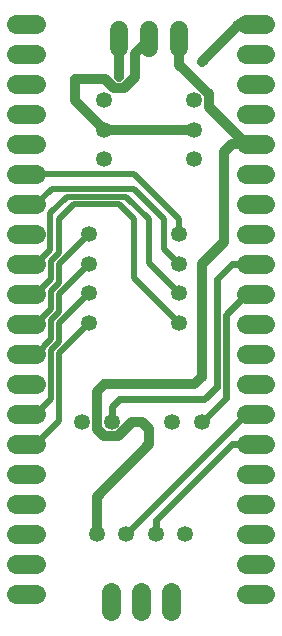
<source format=gbr>
G04 EAGLE Gerber RS-274X export*
G75*
%MOMM*%
%FSLAX34Y34*%
%LPD*%
%INTop Copper*%
%IPPOS*%
%AMOC8*
5,1,8,0,0,1.08239X$1,22.5*%
G01*
G04 Define Apertures*
%ADD10C,1.650000*%
%ADD11C,1.524000*%
%ADD12C,1.348000*%
%ADD13C,0.508000*%
%ADD14C,0.812800*%
%ADD15C,0.756400*%
%ADD16C,0.609600*%
D10*
X259710Y800100D02*
X243210Y800100D01*
X243210Y774700D02*
X259710Y774700D01*
X259710Y749300D02*
X243210Y749300D01*
X243210Y723900D02*
X259710Y723900D01*
X259710Y698500D02*
X243210Y698500D01*
X243210Y673100D02*
X259710Y673100D01*
X259710Y647700D02*
X243210Y647700D01*
X243210Y622300D02*
X259710Y622300D01*
X259710Y596900D02*
X243210Y596900D01*
X243210Y571500D02*
X259710Y571500D01*
X259710Y546100D02*
X243210Y546100D01*
X243210Y520700D02*
X259710Y520700D01*
X259710Y495300D02*
X243210Y495300D01*
X243210Y469900D02*
X259710Y469900D01*
X259710Y444500D02*
X243210Y444500D01*
X243210Y419100D02*
X259710Y419100D01*
X259710Y393700D02*
X243210Y393700D01*
X243210Y368300D02*
X259710Y368300D01*
X259710Y342900D02*
X243210Y342900D01*
X243210Y317500D02*
X259710Y317500D01*
X437510Y317500D02*
X454010Y317500D01*
X454010Y342900D02*
X437510Y342900D01*
X437510Y368300D02*
X454010Y368300D01*
X454010Y393700D02*
X437510Y393700D01*
X437510Y419100D02*
X454010Y419100D01*
X454010Y444500D02*
X437510Y444500D01*
X437510Y469900D02*
X454010Y469900D01*
X454010Y495300D02*
X437510Y495300D01*
X437510Y520700D02*
X454010Y520700D01*
X454010Y546100D02*
X437510Y546100D01*
X437510Y571500D02*
X454010Y571500D01*
X454010Y596900D02*
X437510Y596900D01*
X437510Y622300D02*
X454010Y622300D01*
X454010Y647700D02*
X437510Y647700D01*
X437510Y673100D02*
X454010Y673100D01*
X454010Y698500D02*
X437510Y698500D01*
X437510Y723900D02*
X454010Y723900D01*
X454010Y749300D02*
X437510Y749300D01*
X437510Y774700D02*
X454010Y774700D01*
X454010Y800100D02*
X437510Y800100D01*
X323210Y319800D02*
X323210Y303300D01*
X348610Y303300D02*
X348610Y319800D01*
X374010Y319800D02*
X374010Y303300D01*
D11*
X330200Y779780D02*
X330200Y795020D01*
X355600Y795020D02*
X355600Y779780D01*
X381000Y779780D02*
X381000Y795020D01*
D12*
X393700Y685800D03*
X393700Y710800D03*
X393700Y735800D03*
X317500Y685800D03*
X317500Y710800D03*
X317500Y735800D03*
X381000Y622300D03*
X381000Y597300D03*
X381000Y572300D03*
X381000Y547300D03*
X304800Y622300D03*
X304800Y597300D03*
X304800Y572300D03*
X304800Y547300D03*
X323850Y463550D03*
X298850Y463550D03*
X400050Y463550D03*
X375050Y463550D03*
X311150Y368300D03*
X336150Y368300D03*
X361150Y368300D03*
X386150Y368300D03*
D13*
X381000Y622300D02*
X381000Y635000D01*
X342900Y673100D01*
X259710Y673100D01*
X254000Y673100D01*
X342900Y585400D02*
X381000Y547300D01*
X342900Y585400D02*
X342900Y635000D01*
X330200Y647700D01*
X292100Y647700D01*
X279400Y635000D01*
X279400Y606240D01*
X272796Y599636D01*
X272796Y584586D01*
X259710Y571500D01*
X355600Y597700D02*
X381000Y572300D01*
X355600Y597700D02*
X355600Y635000D01*
X272024Y640324D02*
X272024Y609214D01*
X259710Y596900D01*
X336296Y654304D02*
X355600Y635000D01*
X336296Y654304D02*
X286004Y654304D01*
X272024Y640324D01*
X368300Y635000D02*
X368300Y609600D01*
X380600Y597300D01*
X381000Y597300D01*
X368300Y635000D02*
X342392Y660908D01*
X272918Y660908D01*
X259710Y647700D01*
D14*
X330200Y755650D02*
X330200Y787400D01*
D15*
X330200Y755650D03*
X400050Y768350D03*
D14*
X431800Y800100D01*
X437510Y800100D01*
X311150Y400050D02*
X311150Y368300D01*
X311150Y400050D02*
X355600Y444500D01*
D15*
X355600Y444500D03*
D14*
X355600Y457200D01*
X349250Y463550D01*
X341284Y463550D01*
X328956Y451222D01*
X317128Y451222D01*
X311150Y457200D01*
X311150Y458416D01*
X311178Y458444D01*
X311178Y488978D02*
X317500Y495300D01*
X311178Y488978D02*
X311178Y458444D01*
X317500Y495300D02*
X393700Y495300D01*
X400050Y501650D01*
X400050Y596900D01*
X419100Y615950D01*
X419100Y692150D01*
X425450Y698500D01*
X437510Y698500D01*
X406028Y729982D01*
X406028Y740906D01*
X381000Y765934D02*
X381000Y787400D01*
X381000Y765934D02*
X406028Y740906D01*
D13*
X304800Y622300D02*
X279400Y596900D01*
X279400Y581240D01*
X272796Y574636D01*
X272796Y559186D02*
X259710Y546100D01*
X272796Y559186D02*
X272796Y574636D01*
X279400Y571900D02*
X304800Y597300D01*
X279400Y571900D02*
X279400Y556240D01*
X272796Y549636D01*
X272796Y533975D01*
X266192Y527371D01*
X266192Y527182D01*
X259710Y520700D01*
X279400Y546900D02*
X304800Y572300D01*
X279400Y546900D02*
X279400Y531240D01*
X272796Y524636D01*
X272796Y482986D02*
X259710Y469900D01*
X272796Y482986D02*
X272796Y524636D01*
X279400Y521900D02*
X304800Y547300D01*
X279400Y521900D02*
X279400Y464190D01*
X259710Y444500D01*
D14*
X317500Y710800D02*
X393700Y710800D01*
X292472Y735828D02*
X292472Y753606D01*
X343408Y775208D02*
X355600Y787400D01*
X292472Y735828D02*
X317500Y710800D01*
X326202Y745998D02*
X334198Y745998D01*
X326202Y745998D02*
X318594Y753606D01*
X292472Y753606D01*
X343408Y755208D02*
X343408Y775208D01*
X343408Y755208D02*
X334198Y745998D01*
D16*
X336150Y368540D02*
X336150Y368300D01*
X336150Y368540D02*
X437510Y469900D01*
X361150Y380200D02*
X361150Y368300D01*
X361150Y380200D02*
X425450Y444500D01*
X437510Y444500D01*
X323850Y463550D02*
X323850Y476250D01*
X330200Y482600D01*
X412750Y584200D02*
X425450Y596900D01*
X437510Y596900D01*
X412750Y584200D02*
X412750Y493376D01*
X401974Y482600D02*
X330200Y482600D01*
X401974Y482600D02*
X412750Y493376D01*
X420370Y554360D02*
X437510Y571500D01*
X420370Y483870D02*
X400050Y463550D01*
X420370Y483870D02*
X420370Y554360D01*
M02*

</source>
